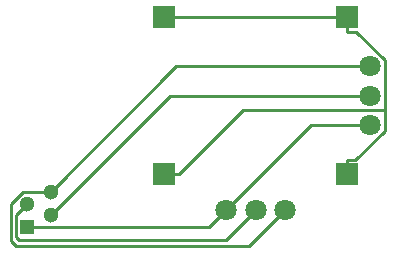
<source format=gbl>
G04 Layer: BottomLayer*
G04 EasyEDA v6.5.42, 2024-06-07 13:56:55*
G04 7482dcffd15b4418b76771f7c21639d5,5b5938e4044e44979b54ac5d61ce4e13,10*
G04 Gerber Generator version 0.2*
G04 Scale: 100 percent, Rotated: No, Reflected: No *
G04 Dimensions in millimeters *
G04 leading zeros omitted , absolute positions ,4 integer and 5 decimal *
%FSLAX45Y45*%
%MOMM*%

%ADD10C,0.2540*%
%ADD11R,1.3000X1.3000*%
%ADD12C,1.3000*%
%ADD13R,1.9000X1.9000*%
%ADD14C,1.8000*%

%LPD*%
D10*
X1687007Y17727066D02*
G01*
X1539102Y17579162D01*
X1590Y17579162D01*
X2901990Y18442076D02*
G01*
X2402017Y18442076D01*
X1687007Y17727066D01*
X2901990Y18692037D02*
G01*
X1214465Y18692037D01*
X201589Y17679162D01*
X201589Y17879161D02*
G01*
X-35341Y17879161D01*
X-136230Y17778272D01*
X-136230Y17462906D01*
X-89367Y17416043D01*
X1875983Y17416043D01*
X2187006Y17727066D01*
X2901990Y18942075D02*
G01*
X1264503Y18942075D01*
X201589Y17879161D01*
X1590Y17779161D02*
G01*
X-91500Y17686070D01*
X-91500Y17493462D01*
X-68767Y17470729D01*
X1680682Y17470729D01*
X1936993Y17727041D01*
X2711998Y18027065D02*
G01*
X2711998Y18150027D01*
X3027060Y18567069D02*
G01*
X3027060Y18395924D01*
X2781162Y18150027D01*
X2711998Y18150027D01*
X2711998Y19233997D02*
G01*
X2785480Y19233997D01*
X3027060Y18992418D01*
X3027060Y18567069D01*
X1284950Y18027065D02*
G01*
X1824954Y18567069D01*
X3027060Y18567069D01*
X1161989Y18027065D02*
G01*
X1284950Y18027065D01*
X2711998Y19356959D02*
G01*
X2711998Y19233997D01*
X1161989Y19356959D02*
G01*
X2711998Y19356959D01*
D11*
G01*
X1600Y17579162D03*
D12*
G01*
X201599Y17679162D03*
G01*
X1600Y17779161D03*
G01*
X201599Y17879161D03*
D13*
G01*
X2711983Y19356959D03*
G01*
X2711983Y18027065D03*
G01*
X1161999Y18027065D03*
G01*
X1161999Y19356959D03*
D14*
G01*
X1686991Y17727066D03*
G01*
X1937004Y17727041D03*
G01*
X2186990Y17727066D03*
G01*
X2902000Y18442051D03*
G01*
X2902000Y18692037D03*
G01*
X2902000Y18942050D03*
M02*

</source>
